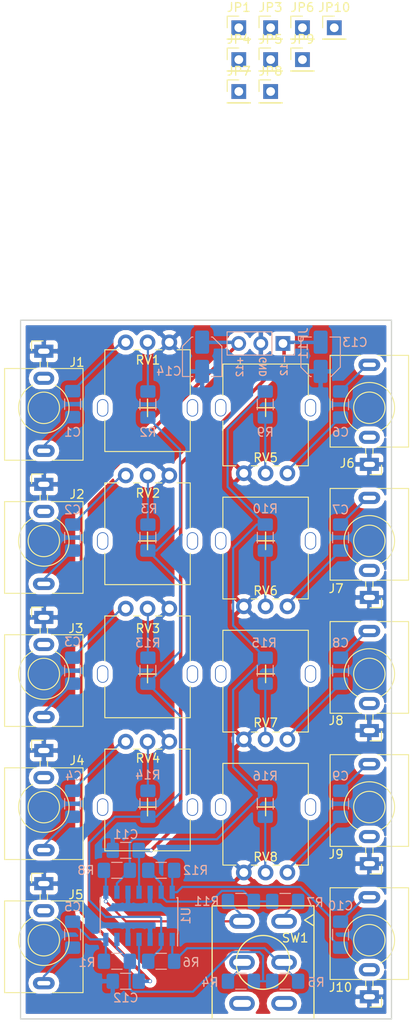
<source format=kicad_pcb>
(kicad_pcb (version 20171130) (host pcbnew "(5.0.2)-1")
  (layers (0 F.Cu signal) (31 B.Cu signal) (34 B.Paste user) (35 F.Paste user) (36 B.SilkS user) (37 F.SilkS user) (38 B.Mask user) (39 F.Mask user hide) (44 Edge.Cuts user))
  (net 0 "")
  (net 1 "Net-(C1-Pad2)")
  (net 2 "Net-(C1-Pad1)")
  (net 3 "Net-(C2-Pad1)")
  (net 4 "Net-(C2-Pad2)")
  (net 5 "Net-(C3-Pad2)")
  (net 6 "Net-(C3-Pad1)")
  (net 7 "Net-(C4-Pad1)")
  (net 8 "Net-(C4-Pad2)")
  (net 9 "Net-(C5-Pad1)")
  (net 10 "Net-(C5-Pad2)")
  (net 11 "Net-(C6-Pad2)")
  (net 12 "Net-(C6-Pad1)")
  (net 13 "Net-(C7-Pad1)")
  (net 14 "Net-(C7-Pad2)")
  (net 15 "Net-(C8-Pad2)")
  (net 16 "Net-(C8-Pad1)")
  (net 17 "Net-(C9-Pad2)")
  (net 18 "Net-(C9-Pad1)")
  (net 19 "Net-(C10-Pad1)")
  (net 20 "Net-(C10-Pad2)")
  (net 21 -12V)
  (net 22 GND)
  (net 23 +12V)
  (net 24 "Net-(J1-PadTN)")
  (net 25 "Net-(J2-PadTN)")
  (net 26 "Net-(J3-PadTN)")
  (net 27 "Net-(J4-PadTN)")
  (net 28 "Net-(J5-PadTN)")
  (net 29 "Net-(J6-PadTN)")
  (net 30 "Net-(J7-PadTN)")
  (net 31 "Net-(J8-PadTN)")
  (net 32 "Net-(R2-Pad2)")
  (net 33 "Net-(R5-Pad1)")
  (net 34 "Net-(R10-Pad1)")
  (net 35 "Net-(R14-Pad2)")
  (net 36 "Net-(J9-PadTN)")
  (net 37 "Net-(J10-PadTN)")
  (net 38 "Net-(R1-Pad2)")
  (net 39 "Net-(R13-Pad1)")
  (net 40 "Net-(R3-Pad2)")
  (net 41 "Net-(R4-Pad1)")
  (net 42 "Net-(R11-Pad2)")
  (net 43 "Net-(R7-Pad2)")
  (net 44 "Net-(R9-Pad2)")
  (net 45 "Net-(R10-Pad2)")
  (net 46 "Net-(R11-Pad1)")
  (net 47 "Net-(R13-Pad2)")
  (net 48 "Net-(R15-Pad2)")
  (net 49 "Net-(R16-Pad2)")
  (net 50 "Net-(SW1-Pad3)")
  (net 51 "Net-(SW1-Pad6)")
  (module "Custom Parts:toggle_switch_mini_DPDT" (layer F.Cu) (at 108.839 -122.682 180)
    (fp_text reference SW1 (at -1.27 -1.905) (layer F.SilkS))
    (fp_text value CONFIG)
    (pad 1 thru_hole oval (at 0 0.001 180) (size 2.94 1.7) (drill oval 2.04 0.8) (layers *.Cu *.Mask) (net 43 "Net-(R7-Pad2)"))
    (pad 2 thru_hole oval (at 0 -4.699 180) (size 2.94 1.7) (drill oval 2.04 0.8) (layers *.Cu *.Mask) (net 33 "Net-(R5-Pad1)"))
    (pad 3 thru_hole oval (at 0 -9.399 180) (size 2.94 1.7) (drill oval 2.04 0.8) (layers *.Cu *.Mask) (net 50 "Net-(SW1-Pad3)"))
    (pad 6 thru_hole oval (at 4.826 -9.399 180) (size 2.94 1.7) (drill oval 2.04 0.8) (layers *.Cu *.Mask) (net 51 "Net-(SW1-Pad6)"))
    (pad 5 thru_hole oval (at 4.826 -4.699 180) (size 2.94 1.7) (drill oval 2.04 0.8) (layers *.Cu *.Mask) (net 41 "Net-(R4-Pad1)"))
    (pad 4 thru_hole oval (at 4.826 0.001 180) (size 2.94 1.7) (drill oval 2.04 0.8) (layers *.Cu *.Mask) (net 46 "Net-(R11-Pad1)"))
  )
  (module Capacitor_SMD:C_1206_3216Metric_Pad1.42x1.75mm_HandSolder (layer B.Cu) (at 84.582 -181.9005 90)
    (fp_text reference C1 (at -3.2115 0 180) (layer B.SilkS) (effects (justify mirror)))
    (fp_text value 0.1uF)
    (pad 2 smd roundrect (at 1.4875 0 90) (size 1.425 1.75) (layers B.Cu B.Paste B.Mask) (roundrect_rratio 0.175439) (net 1 "Net-(C1-Pad2)"))
    (pad 1 smd roundrect (at -1.4875 0 90) (size 1.425 1.75) (layers B.Cu B.Paste B.Mask) (roundrect_rratio 0.175439) (net 2 "Net-(C1-Pad1)"))
  )
  (module Capacitor_SMD:C_1206_3216Metric_Pad1.42x1.75mm_HandSolder (layer B.Cu) (at 84.582 -166.624 90)
    (fp_text reference C2 (at 3.175 0 180) (layer B.SilkS) (effects (justify mirror)))
    (fp_text value 0.1uF)
    (pad 2 smd roundrect (at 1.4875 0 90) (size 1.425 1.75) (layers B.Cu B.Paste B.Mask) (roundrect_rratio 0.175439) (net 4 "Net-(C2-Pad2)"))
    (pad 1 smd roundrect (at -1.4875 0 90) (size 1.425 1.75) (layers B.Cu B.Paste B.Mask) (roundrect_rratio 0.175439) (net 3 "Net-(C2-Pad1)"))
  )
  (module Capacitor_SMD:C_1206_3216Metric_Pad1.42x1.75mm_HandSolder (layer B.Cu) (at 84.582 -151.384 90)
    (fp_text reference C3 (at 3.302 0 180) (layer B.SilkS) (effects (justify mirror)))
    (fp_text value 0.1uF)
    (pad 1 smd roundrect (at -1.4875 0 90) (size 1.425 1.75) (layers B.Cu B.Paste B.Mask) (roundrect_rratio 0.175439) (net 6 "Net-(C3-Pad1)"))
    (pad 2 smd roundrect (at 1.4875 0 90) (size 1.425 1.75) (layers B.Cu B.Paste B.Mask) (roundrect_rratio 0.175439) (net 5 "Net-(C3-Pad2)"))
  )
  (module Capacitor_SMD:C_1206_3216Metric_Pad1.42x1.75mm_HandSolder (layer B.Cu) (at 84.582 -136.144 90)
    (fp_text reference C4 (at 3.175 0.127 180) (layer B.SilkS) (effects (justify mirror)))
    (fp_text value 0.1uF)
    (pad 2 smd roundrect (at 1.4875 0 90) (size 1.425 1.75) (layers B.Cu B.Paste B.Mask) (roundrect_rratio 0.175439) (net 8 "Net-(C4-Pad2)"))
    (pad 1 smd roundrect (at -1.4875 0 90) (size 1.425 1.75) (layers B.Cu B.Paste B.Mask) (roundrect_rratio 0.175439) (net 7 "Net-(C4-Pad1)"))
  )
  (module Capacitor_SMD:C_1206_3216Metric_Pad1.42x1.75mm_HandSolder (layer B.Cu) (at 84.582 -121.158 270)
    (fp_text reference C5 (at -3.175 0) (layer B.SilkS) (effects (justify mirror)))
    (fp_text value 2uF)
    (pad 1 smd roundrect (at -1.4875 0 270) (size 1.425 1.75) (layers B.Cu B.Paste B.Mask) (roundrect_rratio 0.175439) (net 9 "Net-(C5-Pad1)"))
    (pad 2 smd roundrect (at 1.4875 0 270) (size 1.425 1.75) (layers B.Cu B.Paste B.Mask) (roundrect_rratio 0.175439) (net 10 "Net-(C5-Pad2)"))
  )
  (module Capacitor_SMD:C_1206_3216Metric_Pad1.42x1.75mm_HandSolder (layer B.Cu) (at 115.316 -181.864 270)
    (fp_text reference C6 (at 3.175 0) (layer B.SilkS) (effects (justify mirror)))
    (fp_text value 0.1uF)
    (pad 2 smd roundrect (at 1.4875 0 270) (size 1.425 1.75) (layers B.Cu B.Paste B.Mask) (roundrect_rratio 0.175439) (net 11 "Net-(C6-Pad2)"))
    (pad 1 smd roundrect (at -1.4875 0 270) (size 1.425 1.75) (layers B.Cu B.Paste B.Mask) (roundrect_rratio 0.175439) (net 12 "Net-(C6-Pad1)"))
  )
  (module Capacitor_SMD:C_1206_3216Metric_Pad1.42x1.75mm_HandSolder (layer B.Cu) (at 115.316 -166.624 270)
    (fp_text reference C7 (at -3.175 0) (layer B.SilkS) (effects (justify mirror)))
    (fp_text value 0.1uF)
    (pad 2 smd roundrect (at 1.4875 0 270) (size 1.425 1.75) (layers B.Cu B.Paste B.Mask) (roundrect_rratio 0.175439) (net 14 "Net-(C7-Pad2)"))
    (pad 1 smd roundrect (at -1.4875 0 270) (size 1.425 1.75) (layers B.Cu B.Paste B.Mask) (roundrect_rratio 0.175439) (net 13 "Net-(C7-Pad1)"))
  )
  (module Capacitor_SMD:C_1206_3216Metric_Pad1.42x1.75mm_HandSolder (layer B.Cu) (at 115.316 -151.384 270)
    (fp_text reference C8 (at -3.175 0) (layer B.SilkS) (effects (justify mirror)))
    (fp_text value 0.1uF)
    (pad 1 smd roundrect (at -1.4875 0 270) (size 1.425 1.75) (layers B.Cu B.Paste B.Mask) (roundrect_rratio 0.175439) (net 16 "Net-(C8-Pad1)"))
    (pad 2 smd roundrect (at 1.4875 0 270) (size 1.425 1.75) (layers B.Cu B.Paste B.Mask) (roundrect_rratio 0.175439) (net 15 "Net-(C8-Pad2)"))
  )
  (module Capacitor_SMD:C_1206_3216Metric_Pad1.42x1.75mm_HandSolder (layer B.Cu) (at 115.316 -136.144 270)
    (fp_text reference C9 (at -3.175 0) (layer B.SilkS) (effects (justify mirror)))
    (fp_text value 0.1uF)
    (pad 1 smd roundrect (at -1.4875 0 270) (size 1.425 1.75) (layers B.Cu B.Paste B.Mask) (roundrect_rratio 0.175439) (net 18 "Net-(C9-Pad1)"))
    (pad 2 smd roundrect (at 1.4875 0 270) (size 1.425 1.75) (layers B.Cu B.Paste B.Mask) (roundrect_rratio 0.175439) (net 17 "Net-(C9-Pad2)"))
  )
  (module Capacitor_SMD:C_1206_3216Metric_Pad1.42x1.75mm_HandSolder (layer B.Cu) (at 115.316 -121.158 90)
    (fp_text reference C10 (at 3.302 0) (layer B.SilkS) (effects (justify mirror)))
    (fp_text value 2uF)
    (pad 2 smd roundrect (at 1.4875 0 90) (size 1.425 1.75) (layers B.Cu B.Paste B.Mask) (roundrect_rratio 0.175439) (net 20 "Net-(C10-Pad2)"))
    (pad 1 smd roundrect (at -1.4875 0 90) (size 1.425 1.75) (layers B.Cu B.Paste B.Mask) (roundrect_rratio 0.175439) (net 19 "Net-(C10-Pad1)"))
  )
  (module Capacitor_SMD:C_1206_3216Metric_Pad1.42x1.75mm_HandSolder (layer B.Cu) (at 90.678 -130.81 180)
    (fp_text reference C11 (at 0 1.82 180) (layer B.SilkS) (effects (justify mirror)))
    (fp_text value 0.1uF)
    (pad 2 smd roundrect (at 1.4875 0 180) (size 1.425 1.75) (layers B.Cu B.Paste B.Mask) (roundrect_rratio 0.175439) (net 22 GND))
    (pad 1 smd roundrect (at -1.4875 0 180) (size 1.425 1.75) (layers B.Cu B.Paste B.Mask) (roundrect_rratio 0.175439) (net 21 -12V))
  )
  (module Capacitor_SMD:C_1206_3216Metric_Pad1.42x1.75mm_HandSolder (layer B.Cu) (at 90.678 -115.824 180)
    (fp_text reference C12 (at 0 -1.905 180) (layer B.SilkS) (effects (justify mirror)))
    (fp_text value 0.1uF)
    (pad 1 smd roundrect (at -1.4875 0 180) (size 1.425 1.75) (layers B.Cu B.Paste B.Mask) (roundrect_rratio 0.175439) (net 23 +12V))
    (pad 2 smd roundrect (at 1.4875 0 180) (size 1.425 1.75) (layers B.Cu B.Paste B.Mask) (roundrect_rratio 0.175439) (net 22 GND))
  )
  (module Capacitor_SMD:C_Elec_4x5.4 (layer B.Cu) (at 113.03 -187.325 90)
    (fp_text reference C13 (at 1.651 3.937 180) (layer B.SilkS) (effects (justify mirror)))
    (fp_text value 10uF)
    (pad 2 smd roundrect (at 1.675 0 90) (size 2.65 1.6) (layers B.Cu B.Paste B.Mask) (roundrect_rratio 0.15625) (net 21 -12V))
    (pad 1 smd roundrect (at -1.675 0 90) (size 2.65 1.6) (layers B.Cu B.Paste B.Mask) (roundrect_rratio 0.15625) (net 22 GND))
  )
  (module Capacitor_SMD:C_Elec_4x5.4 (layer B.Cu) (at 99.441 -187.325 270)
    (fp_text reference C14 (at 1.651 3.81) (layer B.SilkS) (effects (justify mirror)))
    (fp_text value 10uF)
    (pad 1 smd roundrect (at -1.675 0 270) (size 2.65 1.6) (layers B.Cu B.Paste B.Mask) (roundrect_rratio 0.15625) (net 23 +12V))
    (pad 2 smd roundrect (at 1.675 0 270) (size 2.65 1.6) (layers B.Cu B.Paste B.Mask) (roundrect_rratio 0.15625) (net 22 GND))
  )
  (module "Custom Parts:3.5mm_tip_switch_thonkiconn" (layer F.Cu) (at 81.28 -187.96)
    (fp_text reference J1 (at 3.81 1.27 180) (layer F.SilkS))
    (fp_text value IN1)
    (pad TN thru_hole oval (at 0 3.1 180) (size 2.4 1.5) (drill oval 1.5 0.6) (layers *.Cu *.Mask) (net 24 "Net-(J1-PadTN)"))
    (pad S thru_hole rect (at 0 0 180) (size 2.2 1.5) (drill oval 1.3 0.6) (layers *.Cu *.Mask) (net 22 GND))
    (pad T thru_hole oval (at 0 11.4 180) (size 2.5 1.4) (drill oval 1.5 0.5) (layers *.Cu *.Mask) (net 2 "Net-(C1-Pad1)"))
  )
  (module "Custom Parts:3.5mm_tip_switch_thonkiconn" (layer F.Cu) (at 81.28 -172.72)
    (fp_text reference J2 (at 3.81 1.143 180) (layer F.SilkS))
    (fp_text value IN2)
    (pad T thru_hole oval (at 0 11.4 180) (size 2.5 1.4) (drill oval 1.5 0.5) (layers *.Cu *.Mask) (net 3 "Net-(C2-Pad1)"))
    (pad S thru_hole rect (at 0 0 180) (size 2.2 1.5) (drill oval 1.3 0.6) (layers *.Cu *.Mask) (net 22 GND))
    (pad TN thru_hole oval (at 0 3.1 180) (size 2.4 1.5) (drill oval 1.5 0.6) (layers *.Cu *.Mask) (net 25 "Net-(J2-PadTN)"))
  )
  (module "Custom Parts:3.5mm_tip_switch_thonkiconn" (layer F.Cu) (at 81.28 -157.48)
    (fp_text reference J3 (at 3.683 1.27 180) (layer F.SilkS))
    (fp_text value IN3)
    (pad TN thru_hole oval (at 0 3.1 180) (size 2.4 1.5) (drill oval 1.5 0.6) (layers *.Cu *.Mask) (net 26 "Net-(J3-PadTN)"))
    (pad S thru_hole rect (at 0 0 180) (size 2.2 1.5) (drill oval 1.3 0.6) (layers *.Cu *.Mask) (net 22 GND))
    (pad T thru_hole oval (at 0 11.4 180) (size 2.5 1.4) (drill oval 1.5 0.5) (layers *.Cu *.Mask) (net 6 "Net-(C3-Pad1)"))
  )
  (module "Custom Parts:3.5mm_tip_switch_thonkiconn" (layer F.Cu) (at 81.28 -142.24)
    (fp_text reference J4 (at 3.81 1.143 180) (layer F.SilkS))
    (fp_text value IN4)
    (pad TN thru_hole oval (at 0 3.1 180) (size 2.4 1.5) (drill oval 1.5 0.6) (layers *.Cu *.Mask) (net 27 "Net-(J4-PadTN)"))
    (pad S thru_hole rect (at 0 0 180) (size 2.2 1.5) (drill oval 1.3 0.6) (layers *.Cu *.Mask) (net 22 GND))
    (pad T thru_hole oval (at 0 11.4 180) (size 2.5 1.4) (drill oval 1.5 0.5) (layers *.Cu *.Mask) (net 7 "Net-(C4-Pad1)"))
  )
  (module "Custom Parts:3.5mm_tip_switch_thonkiconn" (layer F.Cu) (at 81.28 -127)
    (fp_text reference J5 (at 3.683 1.27 180) (layer F.SilkS))
    (fp_text value OUT1)
    (pad T thru_hole oval (at 0 11.4 180) (size 2.5 1.4) (drill oval 1.5 0.5) (layers *.Cu *.Mask) (net 10 "Net-(C5-Pad2)"))
    (pad S thru_hole rect (at 0 0 180) (size 2.2 1.5) (drill oval 1.3 0.6) (layers *.Cu *.Mask) (net 22 GND))
    (pad TN thru_hole oval (at 0 3.1 180) (size 2.4 1.5) (drill oval 1.5 0.6) (layers *.Cu *.Mask) (net 28 "Net-(J5-PadTN)"))
  )
  (module "Custom Parts:3.5mm_tip_switch_thonkiconn" (layer F.Cu) (at 118.618 -175.006 180)
    (fp_text reference J6 (at 2.54 0.127) (layer F.SilkS))
    (fp_text value IN5)
    (pad T thru_hole oval (at 0 11.4) (size 2.5 1.4) (drill oval 1.5 0.5) (layers *.Cu *.Mask) (net 12 "Net-(C6-Pad1)"))
    (pad S thru_hole rect (at 0 0) (size 2.2 1.5) (drill oval 1.3 0.6) (layers *.Cu *.Mask) (net 22 GND))
    (pad TN thru_hole oval (at 0 3.1) (size 2.4 1.5) (drill oval 1.5 0.6) (layers *.Cu *.Mask) (net 29 "Net-(J6-PadTN)"))
  )
  (module "Custom Parts:3.5mm_tip_switch_thonkiconn" (layer F.Cu) (at 118.618 -159.766 180)
    (fp_text reference J7 (at 3.81 1.016) (layer F.SilkS))
    (fp_text value IN6)
    (pad T thru_hole oval (at 0 11.4) (size 2.5 1.4) (drill oval 1.5 0.5) (layers *.Cu *.Mask) (net 13 "Net-(C7-Pad1)"))
    (pad S thru_hole rect (at 0 0) (size 2.2 1.5) (drill oval 1.3 0.6) (layers *.Cu *.Mask) (net 22 GND))
    (pad TN thru_hole oval (at 0 3.1) (size 2.4 1.5) (drill oval 1.5 0.6) (layers *.Cu *.Mask) (net 30 "Net-(J7-PadTN)"))
  )
  (module "Custom Parts:3.5mm_tip_switch_thonkiconn" (layer F.Cu) (at 118.618 -144.526 180)
    (fp_text reference J8 (at 3.81 1.143) (layer F.SilkS))
    (fp_text value IN7)
    (pad TN thru_hole oval (at 0 3.1) (size 2.4 1.5) (drill oval 1.5 0.6) (layers *.Cu *.Mask) (net 31 "Net-(J8-PadTN)"))
    (pad S thru_hole rect (at 0 0) (size 2.2 1.5) (drill oval 1.3 0.6) (layers *.Cu *.Mask) (net 22 GND))
    (pad T thru_hole oval (at 0 11.4) (size 2.5 1.4) (drill oval 1.5 0.5) (layers *.Cu *.Mask) (net 16 "Net-(C8-Pad1)"))
  )
  (module "Custom Parts:3.5mm_tip_switch_thonkiconn" (layer F.Cu) (at 118.618 -129.286 180)
    (fp_text reference J9 (at 3.81 1.08) (layer F.SilkS))
    (fp_text value IN8)
    (pad T thru_hole oval (at 0 11.4) (size 2.5 1.4) (drill oval 1.5 0.5) (layers *.Cu *.Mask) (net 18 "Net-(C9-Pad1)"))
    (pad S thru_hole rect (at 0 0) (size 2.2 1.5) (drill oval 1.3 0.6) (layers *.Cu *.Mask) (net 22 GND))
    (pad TN thru_hole oval (at 0 3.1) (size 2.4 1.5) (drill oval 1.5 0.6) (layers *.Cu *.Mask) (net 36 "Net-(J9-PadTN)"))
  )
  (module "Custom Parts:3.5mm_tip_switch_thonkiconn" (layer F.Cu) (at 118.618 -114.046 180)
    (fp_text reference J10 (at 3.302 1.08) (layer F.SilkS))
    (fp_text value OUT2)
    (pad TN thru_hole oval (at 0 3.1) (size 2.4 1.5) (drill oval 1.5 0.6) (layers *.Cu *.Mask) (net 37 "Net-(J10-PadTN)"))
    (pad S thru_hole rect (at 0 0) (size 2.2 1.5) (drill oval 1.3 0.6) (layers *.Cu *.Mask) (net 22 GND))
    (pad T thru_hole oval (at 0 11.4) (size 2.5 1.4) (drill oval 1.5 0.5) (layers *.Cu *.Mask) (net 20 "Net-(C10-Pad2)"))
  )
  (module Resistor_SMD:R_1206_3216Metric_Pad1.42x1.75mm_HandSolder (layer B.Cu) (at 89.662 -118.11)
    (fp_text reference R1 (at -3.429 0.127) (layer B.SilkS) (effects (justify mirror)))
    (fp_text value 100K)
    (pad 1 smd roundrect (at -1.4875 0) (size 1.425 1.75) (layers B.Cu B.Paste B.Mask) (roundrect_rratio 0.175439) (net 9 "Net-(C5-Pad1)"))
    (pad 2 smd roundrect (at 1.4875 0) (size 1.425 1.75) (layers B.Cu B.Paste B.Mask) (roundrect_rratio 0.175439) (net 38 "Net-(R1-Pad2)"))
  )
  (module Resistor_SMD:R_1206_3216Metric_Pad1.42x1.75mm_HandSolder (layer B.Cu) (at 93.218 -181.864 90)
    (fp_text reference R2 (at -3.175 0 180) (layer B.SilkS) (effects (justify mirror)))
    (fp_text value 33K)
    (pad 1 smd roundrect (at -1.4875 0 90) (size 1.425 1.75) (layers B.Cu B.Paste B.Mask) (roundrect_rratio 0.175439) (net 39 "Net-(R13-Pad1)"))
    (pad 2 smd roundrect (at 1.4875 0 90) (size 1.425 1.75) (layers B.Cu B.Paste B.Mask) (roundrect_rratio 0.175439) (net 32 "Net-(R2-Pad2)"))
  )
  (module Resistor_SMD:R_1206_3216Metric_Pad1.42x1.75mm_HandSolder (layer B.Cu) (at 93.218 -166.624 90)
    (fp_text reference R3 (at 3.302 0.127 180) (layer B.SilkS) (effects (justify mirror)))
    (fp_text value 33K)
    (pad 2 smd roundrect (at 1.4875 0 90) (size 1.425 1.75) (layers B.Cu B.Paste B.Mask) (roundrect_rratio 0.175439) (net 40 "Net-(R3-Pad2)"))
    (pad 1 smd roundrect (at -1.4875 0 90) (size 1.425 1.75) (layers B.Cu B.Paste B.Mask) (roundrect_rratio 0.175439) (net 39 "Net-(R13-Pad1)"))
  )
  (module Resistor_SMD:R_1206_3216Metric_Pad1.42x1.75mm_HandSolder (layer B.Cu) (at 103.886 -115.824)
    (fp_text reference R4 (at -3.556 0.127) (layer B.SilkS) (effects (justify mirror)))
    (fp_text value 100K)
    (pad 2 smd roundrect (at 1.4875 0) (size 1.425 1.75) (layers B.Cu B.Paste B.Mask) (roundrect_rratio 0.175439) (net 38 "Net-(R1-Pad2)"))
    (pad 1 smd roundrect (at -1.4875 0) (size 1.425 1.75) (layers B.Cu B.Paste B.Mask) (roundrect_rratio 0.175439) (net 41 "Net-(R4-Pad1)"))
  )
  (module Resistor_SMD:R_1206_3216Metric_Pad1.42x1.75mm_HandSolder (layer B.Cu) (at 108.966 -115.824 180)
    (fp_text reference R5 (at -3.556 -0.127 180) (layer B.SilkS) (effects (justify mirror)))
    (fp_text value 100K)
    (pad 1 smd roundrect (at -1.4875 0 180) (size 1.425 1.75) (layers B.Cu B.Paste B.Mask) (roundrect_rratio 0.175439) (net 33 "Net-(R5-Pad1)"))
    (pad 2 smd roundrect (at 1.4875 0 180) (size 1.425 1.75) (layers B.Cu B.Paste B.Mask) (roundrect_rratio 0.175439) (net 38 "Net-(R1-Pad2)"))
  )
  (module Resistor_SMD:R_1206_3216Metric_Pad1.42x1.75mm_HandSolder (layer B.Cu) (at 94.742 -118.11 180)
    (fp_text reference R6 (at -3.429 -0.127 180) (layer B.SilkS) (effects (justify mirror)))
    (fp_text value 100K)
    (pad 2 smd roundrect (at 1.4875 0 180) (size 1.425 1.75) (layers B.Cu B.Paste B.Mask) (roundrect_rratio 0.175439) (net 39 "Net-(R13-Pad1)"))
    (pad 1 smd roundrect (at -1.4875 0 180) (size 1.425 1.75) (layers B.Cu B.Paste B.Mask) (roundrect_rratio 0.175439) (net 33 "Net-(R5-Pad1)"))
  )
  (module Resistor_SMD:R_1206_3216Metric_Pad1.42x1.75mm_HandSolder (layer B.Cu) (at 108.966 -124.968)
    (fp_text reference R7 (at 3.429 0.127) (layer B.SilkS) (effects (justify mirror)))
    (fp_text value 100K)
    (pad 1 smd roundrect (at -1.4875 0) (size 1.425 1.75) (layers B.Cu B.Paste B.Mask) (roundrect_rratio 0.175439) (net 42 "Net-(R11-Pad2)"))
    (pad 2 smd roundrect (at 1.4875 0) (size 1.425 1.75) (layers B.Cu B.Paste B.Mask) (roundrect_rratio 0.175439) (net 43 "Net-(R7-Pad2)"))
  )
  (module Resistor_SMD:R_1206_3216Metric_Pad1.42x1.75mm_HandSolder (layer B.Cu) (at 89.662 -128.524)
    (fp_text reference R8 (at -3.556 0) (layer B.SilkS) (effects (justify mirror)))
    (fp_text value 100K)
    (pad 1 smd roundrect (at -1.4875 0) (size 1.425 1.75) (layers B.Cu B.Paste B.Mask) (roundrect_rratio 0.175439) (net 46 "Net-(R11-Pad1)"))
    (pad 2 smd roundrect (at 1.4875 0) (size 1.425 1.75) (layers B.Cu B.Paste B.Mask) (roundrect_rratio 0.175439) (net 34 "Net-(R10-Pad1)"))
  )
  (module Resistor_SMD:R_1206_3216Metric_Pad1.42x1.75mm_HandSolder (layer B.Cu) (at 106.68 -181.864 270)
    (fp_text reference R9 (at 3.175 0) (layer B.SilkS) (effects (justify mirror)))
    (fp_text value 33K)
    (pad 2 smd roundrect (at 1.4875 0 270) (size 1.425 1.75) (layers B.Cu B.Paste B.Mask) (roundrect_rratio 0.175439) (net 44 "Net-(R9-Pad2)"))
    (pad 1 smd roundrect (at -1.4875 0 270) (size 1.425 1.75) (layers B.Cu B.Paste B.Mask) (roundrect_rratio 0.175439) (net 34 "Net-(R10-Pad1)"))
  )
  (module Resistor_SMD:R_1206_3216Metric_Pad1.42x1.75mm_HandSolder (layer B.Cu) (at 106.68 -166.624 270)
    (fp_text reference R10 (at -3.302 0) (layer B.SilkS) (effects (justify mirror)))
    (fp_text value 33K)
    (pad 1 smd roundrect (at -1.4875 0 270) (size 1.425 1.75) (layers B.Cu B.Paste B.Mask) (roundrect_rratio 0.175439) (net 34 "Net-(R10-Pad1)"))
    (pad 2 smd roundrect (at 1.4875 0 270) (size 1.425 1.75) (layers B.Cu B.Paste B.Mask) (roundrect_rratio 0.175439) (net 45 "Net-(R10-Pad2)"))
  )
  (module Resistor_SMD:R_1206_3216Metric_Pad1.42x1.75mm_HandSolder (layer B.Cu) (at 103.886 -124.968)
    (fp_text reference R11 (at -3.937 0) (layer B.SilkS) (effects (justify mirror)))
    (fp_text value 100K)
    (pad 2 smd roundrect (at 1.4875 0) (size 1.425 1.75) (layers B.Cu B.Paste B.Mask) (roundrect_rratio 0.175439) (net 42 "Net-(R11-Pad2)"))
    (pad 1 smd roundrect (at -1.4875 0) (size 1.425 1.75) (layers B.Cu B.Paste B.Mask) (roundrect_rratio 0.175439) (net 46 "Net-(R11-Pad1)"))
  )
  (module Resistor_SMD:R_1206_3216Metric_Pad1.42x1.75mm_HandSolder (layer B.Cu) (at 94.742 -128.524 180)
    (fp_text reference R12 (at -3.937 0 180) (layer B.SilkS) (effects (justify mirror)))
    (fp_text value 100K)
    (pad 2 smd roundrect (at 1.4875 0 180) (size 1.425 1.75) (layers B.Cu B.Paste B.Mask) (roundrect_rratio 0.175439) (net 42 "Net-(R11-Pad2)"))
    (pad 1 smd roundrect (at -1.4875 0 180) (size 1.425 1.75) (layers B.Cu B.Paste B.Mask) (roundrect_rratio 0.175439) (net 19 "Net-(C10-Pad1)"))
  )
  (module Resistor_SMD:R_1206_3216Metric_Pad1.42x1.75mm_HandSolder (layer B.Cu) (at 93.218 -151.384 90)
    (fp_text reference R13 (at 3.175 0 180) (layer B.SilkS) (effects (justify mirror)))
    (fp_text value 33K)
    (pad 1 smd roundrect (at -1.4875 0 90) (size 1.425 1.75) (layers B.Cu B.Paste B.Mask) (roundrect_rratio 0.175439) (net 39 "Net-(R13-Pad1)"))
    (pad 2 smd roundrect (at 1.4875 0 90) (size 1.425 1.75) (layers B.Cu B.Paste B.Mask) (roundrect_rratio 0.175439) (net 47 "Net-(R13-Pad2)"))
  )
  (module Resistor_SMD:R_1206_3216Metric_Pad1.42x1.75mm_HandSolder (layer B.Cu) (at 93.218 -136.144 90)
    (fp_text reference R14 (at 3.302 0 180) (layer B.SilkS) (effects (justify mirror)))
    (fp_text value 33K)
    (pad 2 smd roundrect (at 1.4875 0 90) (size 1.425 1.75) (layers B.Cu B.Paste B.Mask) (roundrect_rratio 0.175439) (net 35 "Net-(R14-Pad2)"))
    (pad 1 smd roundrect (at -1.4875 0 90) (size 1.425 1.75) (layers B.Cu B.Paste B.Mask) (roundrect_rratio 0.175439) (net 39 "Net-(R13-Pad1)"))
  )
  (module Resistor_SMD:R_1206_3216Metric_Pad1.42x1.75mm_HandSolder (layer B.Cu) (at 106.68 -151.384 270)
    (fp_text reference R15 (at -3.175 0.127) (layer B.SilkS) (effects (justify mirror)))
    (fp_text value 33K)
    (pad 1 smd roundrect (at -1.4875 0 270) (size 1.425 1.75) (layers B.Cu B.Paste B.Mask) (roundrect_rratio 0.175439) (net 34 "Net-(R10-Pad1)"))
    (pad 2 smd roundrect (at 1.4875 0 270) (size 1.425 1.75) (layers B.Cu B.Paste B.Mask) (roundrect_rratio 0.175439) (net 48 "Net-(R15-Pad2)"))
  )
  (module Resistor_SMD:R_1206_3216Metric_Pad1.42x1.75mm_HandSolder (layer B.Cu) (at 106.68 -136.144 270)
    (fp_text reference R16 (at -3.175 0) (layer B.SilkS) (effects (justify mirror)))
    (fp_text value 33K)
    (pad 2 smd roundrect (at 1.4875 0 270) (size 1.425 1.75) (layers B.Cu B.Paste B.Mask) (roundrect_rratio 0.175439) (net 49 "Net-(R16-Pad2)"))
    (pad 1 smd roundrect (at -1.4875 0 270) (size 1.425 1.75) (layers B.Cu B.Paste B.Mask) (roundrect_rratio 0.175439) (net 34 "Net-(R10-Pad1)"))
  )
  (module "Custom Parts:Potentiometer_Thonk_Alpha_9mm_Vertical" (layer F.Cu) (at 90.678 -188.976 270)
    (fp_text reference RV1 (at 2.032 -2.54) (layer F.SilkS))
    (fp_text value 100K)
    (pad "" thru_hole oval (at 7.5 2.65) (size 1.3 2) (drill oval 1.1 1.8) (layers *.Cu *.Mask))
    (pad 3 thru_hole circle (at 0 -5 270) (size 1.8 1.8) (drill 1) (layers *.Cu *.Mask) (net 22 GND))
    (pad 2 thru_hole circle (at 0 -2.5 270) (size 1.8 1.8) (drill 1) (layers *.Cu *.Mask) (net 32 "Net-(R2-Pad2)"))
    (pad 1 thru_hole circle (at 0 0 270) (size 1.8 1.8) (drill 1) (layers *.Cu *.Mask) (net 1 "Net-(C1-Pad2)"))
    (pad "" thru_hole oval (at 7.5 -7.65) (size 1.3 2) (drill oval 1.1 1.8) (layers *.Cu *.Mask))
  )
  (module "Custom Parts:Potentiometer_Thonk_Alpha_9mm_Vertical" (layer F.Cu) (at 90.678 -173.736 270)
    (fp_text reference RV2 (at 2.032 -2.54) (layer F.SilkS))
    (fp_text value 100K)
    (pad "" thru_hole oval (at 7.5 2.65) (size 1.3 2) (drill oval 1.1 1.8) (layers *.Cu *.Mask))
    (pad 3 thru_hole circle (at 0 -5 270) (size 1.8 1.8) (drill 1) (layers *.Cu *.Mask) (net 22 GND))
    (pad 2 thru_hole circle (at 0 -2.5 270) (size 1.8 1.8) (drill 1) (layers *.Cu *.Mask) (net 40 "Net-(R3-Pad2)"))
    (pad 1 thru_hole circle (at 0 0 270) (size 1.8 1.8) (drill 1) (layers *.Cu *.Mask) (net 4 "Net-(C2-Pad2)"))
    (pad "" thru_hole oval (at 7.5 -7.65) (size 1.3 2) (drill oval 1.1 1.8) (layers *.Cu *.Mask))
  )
  (module "Custom Parts:Potentiometer_Thonk_Alpha_9mm_Vertical" (layer F.Cu) (at 90.678 -158.496 270)
    (fp_text reference RV3 (at 2.286 -2.54) (layer F.SilkS))
    (fp_text value 100K)
    (pad "" thru_hole oval (at 7.5 -7.65) (size 1.3 2) (drill oval 1.1 1.8) (layers *.Cu *.Mask))
    (pad 1 thru_hole circle (at 0 0 270) (size 1.8 1.8) (drill 1) (layers *.Cu *.Mask) (net 5 "Net-(C3-Pad2)"))
    (pad 2 thru_hole circle (at 0 -2.5 270) (size 1.8 1.8) (drill 1) (layers *.Cu *.Mask) (net 47 "Net-(R13-Pad2)"))
    (pad 3 thru_hole circle (at 0 -5 270) (size 1.8 1.8) (drill 1) (layers *.Cu *.Mask) (net 22 GND))
    (pad "" thru_hole oval (at 7.5 2.65) (size 1.3 2) (drill oval 1.1 1.8) (layers *.Cu *.Mask))
  )
  (module "Custom Parts:Potentiometer_Thonk_Alpha_9mm_Vertical" (layer F.Cu) (at 90.678 -143.256 270)
    (fp_text reference RV4 (at 1.905 -2.54) (layer F.SilkS))
    (fp_text value 100K)
    (pad "" thru_hole oval (at 7.5 2.65) (size 1.3 2) (drill oval 1.1 1.8) (layers *.Cu *.Mask))
    (pad 3 thru_hole circle (at 0 -5 270) (size 1.8 1.8) (drill 1) (layers *.Cu *.Mask) (net 22 GND))
    (pad 2 thru_hole circle (at 0 -2.5 270) (size 1.8 1.8) (drill 1) (layers *.Cu *.Mask) (net 35 "Net-(R14-Pad2)"))
    (pad 1 thru_hole circle (at 0 0 270) (size 1.8 1.8) (drill 1) (layers *.Cu *.Mask) (net 8 "Net-(C4-Pad2)"))
    (pad "" thru_hole oval (at 7.5 -7.65) (size 1.3 2) (drill oval 1.1 1.8) (layers *.Cu *.Mask))
  )
  (module "Custom Parts:Potentiometer_Thonk_Alpha_9mm_Vertical" (layer F.Cu) (at 109.22 -173.99 90)
    (fp_text reference RV5 (at 1.778 -2.5 180) (layer F.SilkS))
    (fp_text value 100K)
    (pad "" thru_hole oval (at 7.5 2.65 180) (size 1.3 2) (drill oval 1.1 1.8) (layers *.Cu *.Mask))
    (pad 3 thru_hole circle (at 0 -5 90) (size 1.8 1.8) (drill 1) (layers *.Cu *.Mask) (net 22 GND))
    (pad 2 thru_hole circle (at 0 -2.5 90) (size 1.8 1.8) (drill 1) (layers *.Cu *.Mask) (net 44 "Net-(R9-Pad2)"))
    (pad 1 thru_hole circle (at 0 0 90) (size 1.8 1.8) (drill 1) (layers *.Cu *.Mask) (net 11 "Net-(C6-Pad2)"))
    (pad "" thru_hole oval (at 7.5 -7.65 180) (size 1.3 2) (drill oval 1.1 1.8) (layers *.Cu *.Mask))
  )
  (module "Custom Parts:Potentiometer_Thonk_Alpha_9mm_Vertical" (layer F.Cu) (at 109.22 -158.75 90)
    (fp_text reference RV6 (at 1.778 -2.5 180) (layer F.SilkS))
    (fp_text value 100K)
    (pad "" thru_hole oval (at 7.5 -7.65 180) (size 1.3 2) (drill oval 1.1 1.8) (layers *.Cu *.Mask))
    (pad 1 thru_hole circle (at 0 0 90) (size 1.8 1.8) (drill 1) (layers *.Cu *.Mask) (net 14 "Net-(C7-Pad2)"))
    (pad 2 thru_hole circle (at 0 -2.5 90) (size 1.8 1.8) (drill 1) (layers *.Cu *.Mask) (net 45 "Net-(R10-Pad2)"))
    (pad 3 thru_hole circle (at 0 -5 90) (size 1.8 1.8) (drill 1) (layers *.Cu *.Mask) (net 22 GND))
    (pad "" thru_hole oval (at 7.5 2.65 180) (size 1.3 2) (drill oval 1.1 1.8) (layers *.Cu *.Mask))
  )
  (module "Custom Parts:Potentiometer_Thonk_Alpha_9mm_Vertical" (layer F.Cu) (at 109.22 -143.51 90)
    (fp_text reference RV7 (at 1.905 -2.5 180) (layer F.SilkS))
    (fp_text value 100K)
    (pad "" thru_hole oval (at 7.5 -7.65 180) (size 1.3 2) (drill oval 1.1 1.8) (layers *.Cu *.Mask))
    (pad 1 thru_hole circle (at 0 0 90) (size 1.8 1.8) (drill 1) (layers *.Cu *.Mask) (net 15 "Net-(C8-Pad2)"))
    (pad 2 thru_hole circle (at 0 -2.5 90) (size 1.8 1.8) (drill 1) (layers *.Cu *.Mask) (net 48 "Net-(R15-Pad2)"))
    (pad 3 thru_hole circle (at 0 -5 90) (size 1.8 1.8) (drill 1) (layers *.Cu *.Mask) (net 22 GND))
    (pad "" thru_hole oval (at 7.5 2.65 180) (size 1.3 2) (drill oval 1.1 1.8) (layers *.Cu *.Mask))
  )
  (module "Custom Parts:Potentiometer_Thonk_Alpha_9mm_Vertical" (layer F.Cu) (at 109.22 -128.27 90)
    (fp_text reference RV8 (at 1.778 -2.5 180) (layer F.SilkS))
    (fp_text value 100K)
    (pad "" thru_hole oval (at 7.5 -7.65 180) (size 1.3 2) (drill oval 1.1 1.8) (layers *.Cu *.Mask))
    (pad 1 thru_hole circle (at 0 0 90) (size 1.8 1.8) (drill 1) (layers *.Cu *.Mask) (net 17 "Net-(C9-Pad2)"))
    (pad 2 thru_hole circle (at 0 -2.5 90) (size 1.8 1.8) (drill 1) (layers *.Cu *.Mask) (net 49 "Net-(R16-Pad2)"))
    (pad 3 thru_hole circle (at 0 -5 90) (size 1.8 1.8) (drill 1) (layers *.Cu *.Mask) (net 22 GND))
    (pad "" thru_hole oval (at 7.5 2.65 180) (size 1.3 2) (drill oval 1.1 1.8) (layers *.Cu *.Mask))
  )
  (module Package_SO:SOIC-14_3.9x8.7mm_P1.27mm (layer B.Cu) (at 92.202 -123.317 90)
    (fp_text reference U1 (at 0 5.375 90) (layer B.SilkS) (effects (justify mirror)))
    (fp_text value TL074)
    (pad 1 smd rect (at -2.7 3.81 90) (size 1.5 0.6) (layers B.Cu B.Paste B.Mask) (net 33 "Net-(R5-Pad1)"))
    (pad 2 smd rect (at -2.7 2.54 90) (size 1.5 0.6) (layers B.Cu B.Paste B.Mask) (net 39 "Net-(R13-Pad1)"))
    (pad 3 smd rect (at -2.7 1.27 90) (size 1.5 0.6) (layers B.Cu B.Paste B.Mask) (net 22 GND))
    (pad 4 smd rect (at -2.7 0 90) (size 1.5 0.6) (layers B.Cu B.Paste B.Mask) (net 23 +12V))
    (pad 5 smd rect (at -2.7 -1.27 90) (size 1.5 0.6) (layers B.Cu B.Paste B.Mask) (net 22 GND))
    (pad 6 smd rect (at -2.7 -2.54 90) (size 1.5 0.6) (layers B.Cu B.Paste B.Mask) (net 38 "Net-(R1-Pad2)"))
    (pad 7 smd rect (at -2.7 -3.81 90) (size 1.5 0.6) (layers B.Cu B.Paste B.Mask) (net 9 "Net-(C5-Pad1)"))
    (pad 8 smd rect (at 2.7 -3.81 90) (size 1.5 0.6) (layers B.Cu B.Paste B.Mask) (net 46 "Net-(R11-Pad1)"))
    (pad 9 smd rect (at 2.7 -2.54 90) (size 1.5 0.6) (layers B.Cu B.Paste B.Mask) (net 34 "Net-(R10-Pad1)"))
    (pad 10 smd rect (at 2.7 -1.27 90) (size 1.5 0.6) (layers B.Cu B.Paste B.Mask) (net 22 GND))
    (pad 11 smd rect (at 2.7 0 90) (size 1.5 0.6) (layers B.Cu B.Paste B.Mask) (net 21 -12V))
    (pad 12 smd rect (at 2.7 1.27 90) (size 1.5 0.6) (layers B.Cu B.Paste B.Mask) (net 22 GND))
    (pad 13 smd rect (at 2.7 2.54 90) (size 1.5 0.6) (layers B.Cu B.Paste B.Mask) (net 42 "Net-(R11-Pad2)"))
    (pad 14 smd rect (at 2.7 3.81 90) (size 1.5 0.6) (layers B.Cu B.Paste B.Mask) (net 19 "Net-(C10-Pad1)"))
  )
  (module Connector_PinHeader_2.54mm:PinHeader_1x01_P2.54mm_Vertical (layer F.Cu) (at 103.646001 -224.996999)
    (fp_text reference JP1 (at 0 -2.33) (layer F.SilkS))
    (fp_text value IN1)
    (pad 1 thru_hole rect (at 0 0) (size 1.7 1.7) (drill 1) (layers *.Cu *.Mask) (net 2 "Net-(C1-Pad1)"))
  )
  (module Connector_PinHeader_2.54mm:PinHeader_1x01_P2.54mm_Vertical (layer F.Cu) (at 107.296001 -224.996999)
    (fp_text reference JP3 (at 0 -2.33) (layer F.SilkS))
    (fp_text value IN3)
    (pad 1 thru_hole rect (at 0 0) (size 1.7 1.7) (drill 1) (layers *.Cu *.Mask) (net 6 "Net-(C3-Pad1)"))
  )
  (module Connector_PinHeader_2.54mm:PinHeader_1x01_P2.54mm_Vertical (layer F.Cu) (at 103.646001 -221.346999)
    (fp_text reference JP4 (at 0 -2.33) (layer F.SilkS))
    (fp_text value IN4)
    (pad 1 thru_hole rect (at 0 0) (size 1.7 1.7) (drill 1) (layers *.Cu *.Mask) (net 7 "Net-(C4-Pad1)"))
  )
  (module Connector_PinHeader_2.54mm:PinHeader_1x01_P2.54mm_Vertical (layer F.Cu) (at 107.296001 -221.346999)
    (fp_text reference JP5 (at 0 -2.33) (layer F.SilkS))
    (fp_text value OUT1)
    (pad 1 thru_hole rect (at 0 0) (size 1.7 1.7) (drill 1) (layers *.Cu *.Mask) (net 10 "Net-(C5-Pad2)"))
  )
  (module Connector_PinHeader_2.54mm:PinHeader_1x01_P2.54mm_Vertical (layer F.Cu) (at 110.946001 -224.996999)
    (fp_text reference JP6 (at 0 -2.33) (layer F.SilkS))
    (fp_text value IN5)
    (pad 1 thru_hole rect (at 0 0) (size 1.7 1.7) (drill 1) (layers *.Cu *.Mask) (net 12 "Net-(C6-Pad1)"))
  )
  (module Connector_PinHeader_2.54mm:PinHeader_1x01_P2.54mm_Vertical (layer F.Cu) (at 103.646001 -217.696999)
    (fp_text reference JP7 (at 0 -2.33) (layer F.SilkS))
    (fp_text value IN6)
    (pad 1 thru_hole rect (at 0 0) (size 1.7 1.7) (drill 1) (layers *.Cu *.Mask) (net 13 "Net-(C7-Pad1)"))
  )
  (module Connector_PinHeader_2.54mm:PinHeader_1x01_P2.54mm_Vertical (layer F.Cu) (at 107.296001 -217.696999)
    (fp_text reference JP8 (at 0 -2.33) (layer F.SilkS))
    (fp_text value IN7)
    (pad 1 thru_hole rect (at 0 0) (size 1.7 1.7) (drill 1) (layers *.Cu *.Mask) (net 16 "Net-(C8-Pad1)"))
  )
  (module Connector_PinHeader_2.54mm:PinHeader_1x01_P2.54mm_Vertical (layer F.Cu) (at 110.946001 -221.346999)
    (fp_text reference JP9 (at 0 -2.33) (layer F.SilkS))
    (fp_text value IN8)
    (pad 1 thru_hole rect (at 0 0) (size 1.7 1.7) (drill 1) (layers *.Cu *.Mask) (net 18 "Net-(C9-Pad1)"))
  )
  (module Connector_PinHeader_2.54mm:PinHeader_1x01_P2.54mm_Vertical (layer F.Cu) (at 114.596001 -224.996999)
    (fp_text reference JP10 (at 0 -2.33) (layer F.SilkS))
    (fp_text value OUT2)
    (pad 1 thru_hole rect (at 0 0) (size 1.7 1.7) (drill 1) (layers *.Cu *.Mask) (net 20 "Net-(C10-Pad2)"))
  )
  (module Connector_PinHeader_2.54mm:PinHeader_1x03_P2.54mm_Vertical (layer B.Cu) (at 108.712 -188.849 90)
    (fp_text reference JP11 (at 0 2.33 90) (layer B.SilkS) (effects (justify mirror)))
    (fp_text value "PWR CHAIN")
    (pad 1 thru_hole rect (at 0 0 90) (size 1.7 1.7) (drill 1) (layers *.Cu *.Mask) (net 21 -12V))
    (pad 2 thru_hole oval (at 0 -2.54 90) (size 1.7 1.7) (drill 1) (layers *.Cu *.Mask) (net 22 GND))
    (pad 3 thru_hole oval (at 0 -5.08 90) (size 1.7 1.7) (drill 1) (layers *.Cu *.Mask) (net 23 +12V))
  )
  (gr_text +12 (at 103.759 -186.182 90) (layer B.SilkS) (effects (font (size 0.75 0.75)) (justify mirror)))
  (gr_text GND (at 106.426 -186.182 90) (layer B.SilkS) (effects (font (size 0.75 0.75)) (justify mirror)))
  (gr_text -12 (at 108.839 -186.309 90) (layer B.SilkS) (effects (font (size 0.75 0.75)) (justify mirror)))
  (gr_line (start 121.158 -111.506) (end 78.613 -111.506) (layer Edge.Cuts) (width 0.15))
  (gr_line (start 78.613 -191.516) (end 78.613 -111.506) (layer Edge.Cuts) (width 0.15))
  (gr_line (start 121.158 -191.516) (end 78.74 -191.516) (layer Edge.Cuts) (width 0.15))
  (gr_line (start 121.158 -111.506) (end 121.158 -191.516) (layer Edge.Cuts) (width 0.15))
  (segment (start 90.17 -188.976) (end 90.678 -188.976) (width 0.25) (layer B.Cu) (net 1))
  (segment (start 84.582 -183.388) (end 90.17 -188.976) (width 0.25) (layer B.Cu) (net 1))
  (segment (start 81.28 -177.111) (end 81.28 -176.56) (width 0.25) (layer B.Cu) (net 2))
  (segment (start 84.582 -180.413) (end 81.28 -177.111) (width 0.25) (layer B.Cu) (net 2))
  (segment (start 81.28 -161.8345) (end 81.28 -161.32) (width 0.25) (layer B.Cu) (net 3))
  (segment (start 84.582 -165.1365) (end 81.28 -161.8345) (width 0.25) (layer B.Cu) (net 3))
  (segment (start 90.2065 -173.736) (end 90.678 -173.736) (width 0.25) (layer B.Cu) (net 4))
  (segment (start 84.582 -168.1115) (end 90.2065 -173.736) (width 0.25) (layer B.Cu) (net 4))
  (segment (start 90.2065 -158.496) (end 90.678 -158.496) (width 0.25) (layer B.Cu) (net 5))
  (segment (start 84.582 -152.8715) (end 90.2065 -158.496) (width 0.25) (layer B.Cu) (net 5))
  (segment (start 81.28 -146.5945) (end 81.28 -146.08) (width 0.25) (layer B.Cu) (net 6))
  (segment (start 84.582 -149.8965) (end 81.28 -146.5945) (width 0.25) (layer B.Cu) (net 6))
  (segment (start 81.28 -131.3545) (end 81.28 -130.84) (width 0.25) (layer B.Cu) (net 7))
  (segment (start 84.582 -134.6565) (end 81.28 -131.3545) (width 0.25) (layer B.Cu) (net 7))
  (segment (start 90.2065 -143.256) (end 90.678 -143.256) (width 0.25) (layer B.Cu) (net 8))
  (segment (start 84.582 -137.6315) (end 90.2065 -143.256) (width 0.25) (layer B.Cu) (net 8))
  (segment (start 88.392 -118.3275) (end 88.1745 -118.11) (width 0.25) (layer B.Cu) (net 9))
  (segment (start 88.392 -120.617) (end 88.392 -118.3275) (width 0.25) (layer B.Cu) (net 9))
  (segment (start 88.392 -120.617) (end 87.1185 -120.617) (width 0.25) (layer B.Cu) (net 9))
  (segment (start 86.6105 -120.617) (end 87.1185 -120.617) (width 0.25) (layer B.Cu) (net 9))
  (segment (start 84.582 -122.6455) (end 86.6105 -120.617) (width 0.25) (layer B.Cu) (net 9))
  (segment (start 81.28 -116.3685) (end 81.28 -115.6) (width 0.25) (layer B.Cu) (net 10))
  (segment (start 84.582 -119.6705) (end 81.28 -116.3685) (width 0.25) (layer B.Cu) (net 10))
  (segment (start 109.22 -174.2805) (end 109.22 -173.99) (width 0.25) (layer B.Cu) (net 11))
  (segment (start 115.316 -180.3765) (end 109.22 -174.2805) (width 0.25) (layer B.Cu) (net 11))
  (segment (start 118.3705 -186.406) (end 118.618 -186.406) (width 0.25) (layer B.Cu) (net 12))
  (segment (start 115.316 -183.3515) (end 118.3705 -186.406) (width 0.25) (layer B.Cu) (net 12))
  (segment (start 118.3705 -171.166) (end 118.618 -171.166) (width 0.25) (layer B.Cu) (net 13))
  (segment (start 115.316 -168.1115) (end 118.3705 -171.166) (width 0.25) (layer B.Cu) (net 13))
  (segment (start 109.22 -159.0405) (end 109.22 -158.75) (width 0.25) (layer B.Cu) (net 14))
  (segment (start 115.316 -165.1365) (end 109.22 -159.0405) (width 0.25) (layer B.Cu) (net 14))
  (segment (start 109.22 -143.8005) (end 109.22 -143.51) (width 0.25) (layer B.Cu) (net 15))
  (segment (start 115.316 -149.8965) (end 109.22 -143.8005) (width 0.25) (layer B.Cu) (net 15))
  (segment (start 118.3705 -155.926) (end 118.618 -155.926) (width 0.25) (layer B.Cu) (net 16))
  (segment (start 115.316 -152.8715) (end 118.3705 -155.926) (width 0.25) (layer B.Cu) (net 16))
  (segment (start 109.22 -128.5605) (end 109.22 -128.27) (width 0.25) (layer B.Cu) (net 17))
  (segment (start 115.316 -134.6565) (end 109.22 -128.5605) (width 0.25) (layer B.Cu) (net 17))
  (segment (start 118.3705 -140.686) (end 118.618 -140.686) (width 0.25) (layer B.Cu) (net 18))
  (segment (start 115.316 -137.6315) (end 118.3705 -140.686) (width 0.25) (layer B.Cu) (net 18))
  (segment (start 96.012 -128.3065) (end 96.2295 -128.524) (width 0.25) (layer B.Cu) (net 19))
  (segment (start 96.012 -126.017) (end 96.012 -128.3065) (width 0.25) (layer B.Cu) (net 19))
  (segment (start 114.11599 -123.2062) (end 114.11599 -120.87051) (width 0.25) (layer B.Cu) (net 19))
  (segment (start 114.11599 -120.87051) (end 114.544652 -120.441848) (width 0.25) (layer B.Cu) (net 19))
  (segment (start 114.544652 -120.441848) (end 115.316 -119.6705) (width 0.25) (layer B.Cu) (net 19))
  (segment (start 96.012 -126.017) (end 96.562 -126.017) (width 0.25) (layer B.Cu) (net 19))
  (segment (start 96.562 -126.017) (end 97.164 -126.619) (width 0.25) (layer B.Cu) (net 19))
  (segment (start 97.164 -126.619) (end 110.70319 -126.619) (width 0.25) (layer B.Cu) (net 19))
  (segment (start 110.70319 -126.619) (end 114.11599 -123.2062) (width 0.25) (layer B.Cu) (net 19))
  (segment (start 118.1165 -125.446) (end 118.618 -125.446) (width 0.25) (layer B.Cu) (net 20))
  (segment (start 115.316 -122.6455) (end 118.1165 -125.446) (width 0.25) (layer B.Cu) (net 20))
  (segment (start 92.202 -130.7735) (end 92.1655 -130.81) (width 0.25) (layer B.Cu) (net 21))
  (segment (start 92.202 -126.017) (end 92.202 -130.7735) (width 0.25) (layer B.Cu) (net 21))
  (segment (start 113.006 -188.976) (end 113.03 -189) (width 0.4) (layer B.Cu) (net 21))
  (segment (start 108.839 -188.976) (end 113.006 -188.976) (width 0.4) (layer B.Cu) (net 21))
  (segment (start 108.839 -188.976) (end 108.839 -186.924062) (width 0.4) (layer F.Cu) (net 21))
  (segment (start 108.839 -186.924062) (end 96.978001 -175.063063) (width 0.4) (layer F.Cu) (net 21))
  (via (at 93.599 -130.81) (size 0.45) (drill 0.3) (layers F.Cu B.Cu) (net 21))
  (segment (start 92.1655 -130.81) (end 93.599 -130.81) (width 0.4) (layer B.Cu) (net 21))
  (segment (start 96.978001 -134.189001) (end 93.599 -130.81) (width 0.4) (layer F.Cu) (net 21))
  (segment (start 96.978001 -175.063063) (end 96.978001 -134.189001) (width 0.4) (layer F.Cu) (net 21))
  (segment (start 92.202 -115.8605) (end 92.1655 -115.824) (width 0.25) (layer B.Cu) (net 23))
  (segment (start 92.202 -120.617) (end 92.202 -115.8605) (width 0.25) (layer B.Cu) (net 23))
  (segment (start 99.465 -188.976) (end 99.441 -189) (width 0.4) (layer B.Cu) (net 23))
  (segment (start 103.759 -188.976) (end 99.465 -188.976) (width 0.4) (layer B.Cu) (net 23))
  (segment (start 103.759 -188.976) (end 85.598 -170.815) (width 0.4) (layer F.Cu) (net 23))
  (via (at 93.472 -115.824) (size 0.45) (drill 0.3) (layers F.Cu B.Cu) (net 23))
  (segment (start 92.1655 -115.824) (end 93.472 -115.824) (width 0.4) (layer B.Cu) (net 23))
  (segment (start 85.598 -123.698) (end 93.472 -115.824) (width 0.4) (layer F.Cu) (net 23))
  (segment (start 85.598 -170.815) (end 85.598 -123.698) (width 0.4) (layer F.Cu) (net 23))
  (segment (start 93.218 -188.936) (end 93.178 -188.976) (width 0.25) (layer B.Cu) (net 32))
  (segment (start 93.218 -183.3515) (end 93.218 -188.936) (width 0.25) (layer B.Cu) (net 32))
  (segment (start 108.9295 -118.0735) (end 108.839 -117.983) (width 0.25) (layer B.Cu) (net 33))
  (segment (start 96.012 -118.3275) (end 96.2295 -118.11) (width 0.25) (layer B.Cu) (net 33))
  (segment (start 96.012 -120.617) (end 96.012 -118.3275) (width 0.25) (layer B.Cu) (net 33))
  (segment (start 108.839 -117.4385) (end 108.839 -117.983) (width 0.25) (layer B.Cu) (net 33))
  (segment (start 110.4535 -115.824) (end 108.839 -117.4385) (width 0.25) (layer B.Cu) (net 33))
  (segment (start 97.727519 -119.608019) (end 97.000848 -118.881348) (width 0.25) (layer B.Cu) (net 33))
  (segment (start 97.000848 -118.881348) (end 96.2295 -118.11) (width 0.25) (layer B.Cu) (net 33))
  (segment (start 106.593981 -119.608019) (end 97.727519 -119.608019) (width 0.25) (layer B.Cu) (net 33))
  (segment (start 108.219 -117.983) (end 106.593981 -119.608019) (width 0.25) (layer B.Cu) (net 33))
  (segment (start 108.839 -117.983) (end 108.219 -117.983) (width 0.25) (layer B.Cu) (net 33))
  (segment (start 102.994999 -149.186499) (end 105.908652 -152.100152) (width 0.25) (layer B.Cu) (net 34))
  (segment (start 102.994999 -140.341501) (end 102.994999 -149.186499) (width 0.25) (layer B.Cu) (net 34))
  (segment (start 105.908652 -152.100152) (end 106.68 -152.8715) (width 0.25) (layer B.Cu) (net 34))
  (segment (start 105.705 -137.6315) (end 102.994999 -140.341501) (width 0.25) (layer B.Cu) (net 34))
  (segment (start 106.68 -137.6315) (end 105.705 -137.6315) (width 0.25) (layer B.Cu) (net 34))
  (segment (start 105.908652 -153.642848) (end 106.68 -152.8715) (width 0.25) (layer B.Cu) (net 34))
  (segment (start 102.994999 -156.556501) (end 105.908652 -153.642848) (width 0.25) (layer B.Cu) (net 34))
  (segment (start 102.994999 -165.401499) (end 102.994999 -156.556501) (width 0.25) (layer B.Cu) (net 34))
  (segment (start 105.705 -168.1115) (end 102.994999 -165.401499) (width 0.25) (layer B.Cu) (net 34))
  (segment (start 106.68 -168.1115) (end 105.705 -168.1115) (width 0.25) (layer B.Cu) (net 34))
  (segment (start 105.908652 -168.882848) (end 106.68 -168.1115) (width 0.25) (layer B.Cu) (net 34))
  (segment (start 102.362 -172.4295) (end 105.908652 -168.882848) (width 0.25) (layer B.Cu) (net 34))
  (segment (start 102.362 -179.0335) (end 102.362 -172.4295) (width 0.25) (layer B.Cu) (net 34))
  (segment (start 106.68 -183.3515) (end 102.362 -179.0335) (width 0.25) (layer B.Cu) (net 34))
  (segment (start 101.1285 -132.08) (end 106.68 -137.6315) (width 0.25) (layer B.Cu) (net 34))
  (segment (start 91.53481 -132.08) (end 101.1285 -132.08) (width 0.25) (layer B.Cu) (net 34))
  (segment (start 91.12799 -131.67318) (end 91.53481 -132.08) (width 0.25) (layer B.Cu) (net 34))
  (segment (start 91.12799 -129.52051) (end 91.12799 -131.67318) (width 0.25) (layer B.Cu) (net 34))
  (segment (start 91.1495 -128.524) (end 91.1495 -129.499) (width 0.25) (layer B.Cu) (net 34))
  (segment (start 91.1495 -129.499) (end 91.12799 -129.52051) (width 0.25) (layer B.Cu) (net 34))
  (segment (start 91.1495 -128.524) (end 89.662 -127.0365) (width 0.25) (layer B.Cu) (net 34))
  (segment (start 89.662 -127.0365) (end 89.662 -126.017) (width 0.25) (layer B.Cu) (net 34))
  (segment (start 93.218 -143.216) (end 93.178 -143.256) (width 0.25) (layer B.Cu) (net 35))
  (segment (start 93.218 -137.6315) (end 93.218 -143.216) (width 0.25) (layer B.Cu) (net 35))
  (segment (start 89.662 -119.5975) (end 89.662 -120.617) (width 0.25) (layer B.Cu) (net 38))
  (segment (start 91.1495 -118.11) (end 89.662 -119.5975) (width 0.25) (layer B.Cu) (net 38))
  (segment (start 106.426 -115.824) (end 105.3735 -115.824) (width 0.25) (layer B.Cu) (net 38))
  (segment (start 107.4785 -115.824) (end 106.426 -115.824) (width 0.25) (layer B.Cu) (net 38))
  (segment (start 91.12799 -114.96082) (end 91.46482 -114.62399) (width 0.25) (layer B.Cu) (net 38))
  (segment (start 91.12799 -117.11349) (end 91.12799 -114.96082) (width 0.25) (layer B.Cu) (net 38))
  (segment (start 91.1495 -117.135) (end 91.12799 -117.11349) (width 0.25) (layer B.Cu) (net 38))
  (segment (start 91.1495 -118.11) (end 91.1495 -117.135) (width 0.25) (layer B.Cu) (net 38))
  (segment (start 102.906295 -119.15801) (end 106.01299 -119.15801) (width 0.25) (layer B.Cu) (net 38))
  (segment (start 98.372275 -114.62399) (end 102.906295 -119.15801) (width 0.25) (layer B.Cu) (net 38))
  (segment (start 91.46482 -114.62399) (end 98.372275 -114.62399) (width 0.25) (layer B.Cu) (net 38))
  (segment (start 106.426 -118.745) (end 106.426 -115.824) (width 0.25) (layer B.Cu) (net 38))
  (segment (start 106.01299 -119.15801) (end 106.426 -118.745) (width 0.25) (layer B.Cu) (net 38))
  (segment (start 94.742 -119.5975) (end 93.2545 -118.11) (width 0.25) (layer B.Cu) (net 39))
  (segment (start 94.742 -120.617) (end 94.742 -119.5975) (width 0.25) (layer B.Cu) (net 39))
  (segment (start 93.989348 -149.125152) (end 93.218 -149.8965) (width 0.25) (layer B.Cu) (net 39))
  (segment (start 96.903001 -137.366501) (end 96.903001 -146.211499) (width 0.25) (layer B.Cu) (net 39))
  (segment (start 94.193 -134.6565) (end 96.903001 -137.366501) (width 0.25) (layer B.Cu) (net 39))
  (segment (start 96.903001 -146.211499) (end 93.989348 -149.125152) (width 0.25) (layer B.Cu) (net 39))
  (segment (start 93.218 -134.6565) (end 94.193 -134.6565) (width 0.25) (layer B.Cu) (net 39))
  (segment (start 93.989348 -164.365152) (end 93.218 -165.1365) (width 0.25) (layer B.Cu) (net 39))
  (segment (start 96.903001 -161.451499) (end 93.989348 -164.365152) (width 0.25) (layer B.Cu) (net 39))
  (segment (start 96.903001 -153.581501) (end 96.903001 -161.451499) (width 0.25) (layer B.Cu) (net 39))
  (segment (start 93.218 -149.8965) (end 96.903001 -153.581501) (width 0.25) (layer B.Cu) (net 39))
  (segment (start 93.989348 -179.605152) (end 93.218 -180.3765) (width 0.25) (layer B.Cu) (net 39))
  (segment (start 96.903001 -176.691499) (end 93.989348 -179.605152) (width 0.25) (layer B.Cu) (net 39))
  (segment (start 96.903001 -167.846501) (end 96.903001 -176.691499) (width 0.25) (layer B.Cu) (net 39))
  (segment (start 94.193 -165.1365) (end 96.903001 -167.846501) (width 0.25) (layer B.Cu) (net 39))
  (segment (start 93.218 -165.1365) (end 94.193 -165.1365) (width 0.25) (layer B.Cu) (net 39))
  (segment (start 94.742 -121.067) (end 94.742 -120.617) (width 0.25) (layer B.Cu) (net 39))
  (segment (start 89.4445 -134.6565) (end 86.487 -131.699) (width 0.25) (layer B.Cu) (net 39))
  (segment (start 86.487 -125.095) (end 88.392 -123.19) (width 0.25) (layer B.Cu) (net 39))
  (segment (start 93.218 -134.6565) (end 89.4445 -134.6565) (width 0.25) (layer B.Cu) (net 39))
  (segment (start 86.487 -131.699) (end 86.487 -125.095) (width 0.25) (layer B.Cu) (net 39))
  (segment (start 88.392 -123.19) (end 94.615 -123.19) (width 0.25) (layer B.Cu) (net 39))
  (segment (start 94.742 -123.063) (end 94.742 -120.617) (width 0.25) (layer B.Cu) (net 39))
  (segment (start 94.615 -123.19) (end 94.742 -123.063) (width 0.25) (layer B.Cu) (net 39))
  (segment (start 93.218 -173.696) (end 93.178 -173.736) (width 0.25) (layer B.Cu) (net 40))
  (segment (start 93.218 -168.1115) (end 93.218 -173.696) (width 0.25) (layer B.Cu) (net 40))
  (segment (start 103.9225 -118.0735) (end 104.013 -117.983) (width 0.25) (layer B.Cu) (net 41))
  (segment (start 104.013 -117.4385) (end 104.013 -117.983) (width 0.25) (layer B.Cu) (net 41))
  (segment (start 102.3985 -115.824) (end 104.013 -117.4385) (width 0.25) (layer B.Cu) (net 41))
  (segment (start 94.742 -126.017) (end 94.742 -125.567) (width 0.25) (layer B.Cu) (net 42))
  (segment (start 94.742 -126.017) (end 94.742 -127.0365) (width 0.25) (layer B.Cu) (net 42))
  (segment (start 93.2545 -128.524) (end 94.742 -127.0365) (width 0.25) (layer B.Cu) (net 42))
  (segment (start 94.742 -125.567) (end 95.367001 -124.941999) (width 0.25) (layer B.Cu) (net 42))
  (segment (start 95.367001 -124.941999) (end 100.471809 -124.941999) (width 0.25) (layer B.Cu) (net 42))
  (segment (start 107.4785 -124.968) (end 106.426 -124.968) (width 0.25) (layer B.Cu) (net 42))
  (segment (start 106.426 -124.968) (end 105.3735 -124.968) (width 0.25) (layer B.Cu) (net 42))
  (segment (start 101.69782 -126.16801) (end 104.17349 -126.16801) (width 0.25) (layer B.Cu) (net 42))
  (segment (start 104.17349 -126.16801) (end 104.602152 -125.739348) (width 0.25) (layer B.Cu) (net 42))
  (segment (start 104.602152 -125.739348) (end 105.3735 -124.968) (width 0.25) (layer B.Cu) (net 42))
  (segment (start 100.471809 -124.941999) (end 101.69782 -126.16801) (width 0.25) (layer B.Cu) (net 42))
  (segment (start 108.839 -123.3535) (end 108.839 -122.683) (width 0.25) (layer B.Cu) (net 43))
  (segment (start 108.8765 -122.6455) (end 108.839 -122.683) (width 0.25) (layer B.Cu) (net 43))
  (segment (start 108.839 -122.0105) (end 108.839 -122.683) (width 0.25) (layer B.Cu) (net 43))
  (segment (start 110.4535 -124.968) (end 108.839 -123.3535) (width 0.25) (layer B.Cu) (net 43))
  (segment (start 106.68 -174.03) (end 106.72 -173.99) (width 0.25) (layer B.Cu) (net 44))
  (segment (start 106.68 -180.3765) (end 106.68 -174.03) (width 0.25) (layer B.Cu) (net 44))
  (segment (start 106.68 -158.79) (end 106.72 -158.75) (width 0.25) (layer B.Cu) (net 45))
  (segment (start 106.68 -165.1365) (end 106.68 -158.79) (width 0.25) (layer B.Cu) (net 45))
  (segment (start 88.392 -128.3065) (end 88.1745 -128.524) (width 0.25) (layer B.Cu) (net 46))
  (segment (start 88.392 -126.017) (end 88.392 -125.567) (width 0.25) (layer B.Cu) (net 46))
  (segment (start 104.013 -123.3535) (end 104.013 -122.683) (width 0.25) (layer B.Cu) (net 46))
  (segment (start 103.9755 -122.6455) (end 104.013 -122.683) (width 0.25) (layer B.Cu) (net 46))
  (segment (start 104.013 -122.0105) (end 104.013 -122.683) (width 0.25) (layer B.Cu) (net 46))
  (segment (start 102.3985 -124.968) (end 104.013 -123.3535) (width 0.25) (layer B.Cu) (net 46))
  (segment (start 88.392 -126.017) (end 88.392 -128.3065) (width 0.25) (layer B.Cu) (net 46))
  (via (at 88.392 -124.968) (size 0.45) (drill 0.3) (layers F.Cu B.Cu) (net 46))
  (segment (start 88.392 -126.017) (end 88.392 -124.968) (width 0.25) (layer B.Cu) (net 46))
  (segment (start 90.677 -122.683) (end 104.013 -122.683) (width 0.25) (layer F.Cu) (net 46))
  (segment (start 88.392 -124.968) (end 90.677 -122.683) (width 0.25) (layer F.Cu) (net 46))
  (segment (start 93.218 -158.456) (end 93.178 -158.496) (width 0.25) (layer B.Cu) (net 47))
  (segment (start 93.218 -152.8715) (end 93.218 -158.456) (width 0.25) (layer B.Cu) (net 47))
  (segment (start 106.68 -143.55) (end 106.72 -143.51) (width 0.25) (layer B.Cu) (net 48))
  (segment (start 106.68 -149.8965) (end 106.68 -143.55) (width 0.25) (layer B.Cu) (net 48))
  (segment (start 106.68 -128.31) (end 106.72 -128.27) (width 0.25) (layer B.Cu) (net 49))
  (segment (start 106.68 -134.6565) (end 106.68 -128.31) (width 0.25) (layer B.Cu) (net 49))
  (zone (net 22) (net_name GND) (layer B.Cu) (connect_pads (clearance 0.508)) (min_thickness 0.254) (fill yes (arc_segments 16) (thermal_gap 0.508) (thermal_bridge_width 0.508))
    (polygon (pts (xy 120.65 -191.008) (xy 79.121 -191.008) (xy 79.121 -112.014) (xy 120.65 -112.014)))
  )
  (zone (net 22) (net_name GND) (layer F.Cu) (connect_pads (clearance 0.508)) (min_thickness 0.254) (fill yes (arc_segments 16) (thermal_gap 0.508) (thermal_bridge_width 0.508))
    (polygon (pts (xy 120.65 -191.008) (xy 79.121 -191.008) (xy 79.121 -112.014) (xy 120.65 -112.014)))
  )
)
</source>
